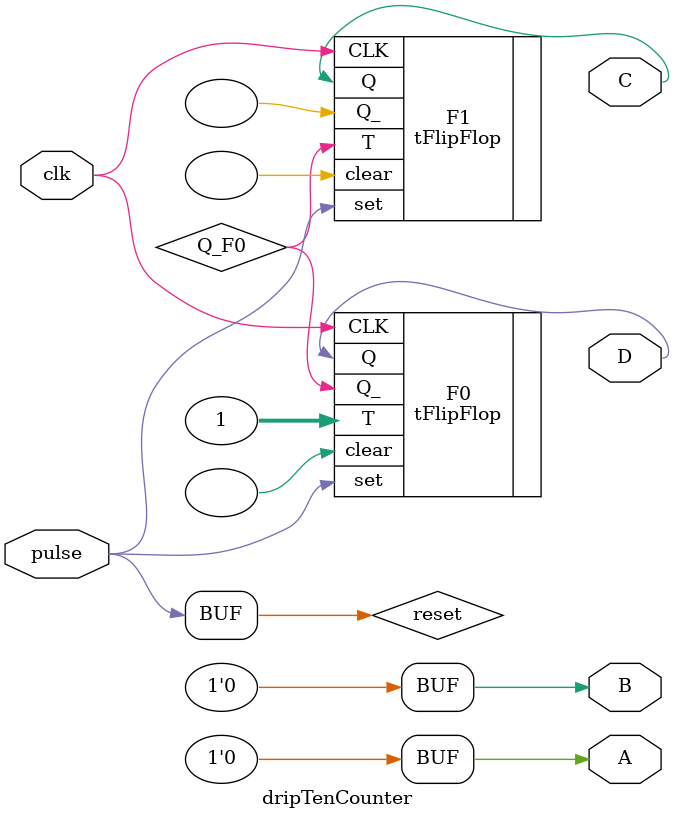
<source format=v>
module dripTenCounter (pulse, clk, A, B, C, D);
	
	input clk, pulse;
	output A, B, C, D;
	
	// Declaração de fio intermediários
	wire Q_F0;
	
	not (A, 1);
	not (B, 1);

  // Lógica de reset
  wire reset;
  and and6 (reset, pulse);
	
	tFlipFlop F0(
	.T(1),
	.clear(),
	.CLK(clk),
	.Q(D),
	.Q_(Q_F0),
	.set(reset),

	);
	
	tFlipFlop F1(
	.T(Q_F0),
	.clear(),
	.CLK(clk),
	.Q(C),
	.Q_(),
	.set(reset),
	);
	
endmodule
</source>
